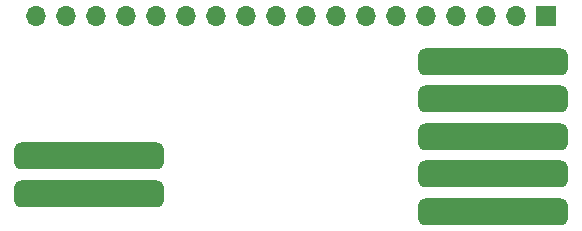
<source format=gbr>
%TF.GenerationSoftware,KiCad,Pcbnew,8.0.7-8.0.7-0~ubuntu24.04.1*%
%TF.CreationDate,2025-01-13T21:17:16-08:00*%
%TF.ProjectId,NX-ButtonInterface,4e582d42-7574-4746-9f6e-496e74657266,1*%
%TF.SameCoordinates,Original*%
%TF.FileFunction,Soldermask,Bot*%
%TF.FilePolarity,Negative*%
%FSLAX46Y46*%
G04 Gerber Fmt 4.6, Leading zero omitted, Abs format (unit mm)*
G04 Created by KiCad (PCBNEW 8.0.7-8.0.7-0~ubuntu24.04.1) date 2025-01-13 21:17:16*
%MOMM*%
%LPD*%
G01*
G04 APERTURE LIST*
G04 Aperture macros list*
%AMRoundRect*
0 Rectangle with rounded corners*
0 $1 Rounding radius*
0 $2 $3 $4 $5 $6 $7 $8 $9 X,Y pos of 4 corners*
0 Add a 4 corners polygon primitive as box body*
4,1,4,$2,$3,$4,$5,$6,$7,$8,$9,$2,$3,0*
0 Add four circle primitives for the rounded corners*
1,1,$1+$1,$2,$3*
1,1,$1+$1,$4,$5*
1,1,$1+$1,$6,$7*
1,1,$1+$1,$8,$9*
0 Add four rect primitives between the rounded corners*
20,1,$1+$1,$2,$3,$4,$5,0*
20,1,$1+$1,$4,$5,$6,$7,0*
20,1,$1+$1,$6,$7,$8,$9,0*
20,1,$1+$1,$8,$9,$2,$3,0*%
G04 Aperture macros list end*
%ADD10R,1.700000X1.700000*%
%ADD11O,1.700000X1.700000*%
%ADD12RoundRect,0.571500X5.778500X0.571500X-5.778500X0.571500X-5.778500X-0.571500X5.778500X-0.571500X0*%
%ADD13RoundRect,0.571500X-5.778500X-0.571500X5.778500X-0.571500X5.778500X0.571500X-5.778500X0.571500X0*%
G04 APERTURE END LIST*
D10*
%TO.C,J1*%
X129921000Y-92964000D03*
D11*
X127381000Y-92964000D03*
X124841000Y-92964000D03*
X122301000Y-92964000D03*
X119761000Y-92964000D03*
X117221000Y-92964000D03*
X114681000Y-92964000D03*
X112141000Y-92964000D03*
X109601000Y-92964000D03*
X107061000Y-92964000D03*
X104521000Y-92964000D03*
X101981000Y-92964000D03*
X99441000Y-92964000D03*
X96901000Y-92964000D03*
X94361000Y-92964000D03*
X91821000Y-92964000D03*
X89281000Y-92964000D03*
X86741000Y-92964000D03*
%TD*%
D12*
%TO.C,J4*%
X91211200Y-104863900D03*
X91211200Y-108038900D03*
%TD*%
D13*
%TO.C,J2*%
X125463300Y-109575600D03*
X125463300Y-106400600D03*
X125463300Y-103225600D03*
X125463300Y-100050600D03*
X125463300Y-96875600D03*
%TD*%
M02*

</source>
